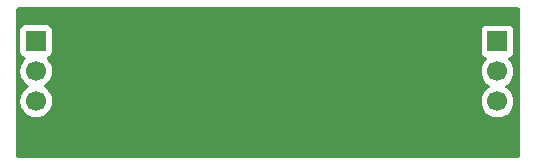
<source format=gbr>
%TF.GenerationSoftware,KiCad,Pcbnew,9.0.7*%
%TF.CreationDate,2026-02-08T14:26:31+09:00*%
%TF.ProjectId,level_shifter,6c657665-6c5f-4736-9869-667465722e6b,rev?*%
%TF.SameCoordinates,Original*%
%TF.FileFunction,Copper,L2,Bot*%
%TF.FilePolarity,Positive*%
%FSLAX46Y46*%
G04 Gerber Fmt 4.6, Leading zero omitted, Abs format (unit mm)*
G04 Created by KiCad (PCBNEW 9.0.7) date 2026-02-08 14:26:31*
%MOMM*%
%LPD*%
G01*
G04 APERTURE LIST*
%TA.AperFunction,ComponentPad*%
%ADD10R,1.700000X1.700000*%
%TD*%
%TA.AperFunction,ComponentPad*%
%ADD11C,1.700000*%
%TD*%
%TA.AperFunction,ViaPad*%
%ADD12C,0.600000*%
%TD*%
G04 APERTURE END LIST*
D10*
%TO.P,J2,1,Pin_1*%
%TO.N,+3.3V*%
X162360000Y-101830000D03*
D11*
%TO.P,J2,2,Pin_2*%
%TO.N,Net-(J2-Pin_2)*%
X162360000Y-104370000D03*
%TO.P,J2,3,Pin_3*%
%TO.N,Net-(J2-Pin_3)*%
X162360000Y-106910000D03*
%TO.P,J2,4,Pin_4*%
%TO.N,GND*%
X162360000Y-109450000D03*
%TD*%
D10*
%TO.P,J1,1,Pin_1*%
%TO.N,+5V*%
X201420000Y-101875000D03*
D11*
%TO.P,J1,2,Pin_2*%
%TO.N,Net-(J1-Pin_2)*%
X201420000Y-104415000D03*
%TO.P,J1,3,Pin_3*%
%TO.N,Net-(J1-Pin_3)*%
X201420000Y-106955000D03*
%TO.P,J1,4,Pin_4*%
%TO.N,GND*%
X201420000Y-109495000D03*
%TD*%
D12*
%TO.N,GND*%
X186460000Y-103860000D03*
X186490000Y-103170000D03*
X198300000Y-99690000D03*
X196120000Y-99650000D03*
X199770000Y-108880000D03*
X199840000Y-110790000D03*
X202840000Y-111020000D03*
X202760000Y-108800000D03*
X168080000Y-99830000D03*
X165930000Y-99840000D03*
X173720000Y-103650000D03*
X178380000Y-102580000D03*
X177430000Y-102600000D03*
X161000000Y-108790000D03*
X161010000Y-110880000D03*
X163790000Y-110910000D03*
X163780000Y-108860000D03*
%TD*%
%TA.AperFunction,Conductor*%
%TO.N,GND*%
G36*
X203242539Y-99010185D02*
G01*
X203288294Y-99062989D01*
X203299500Y-99114500D01*
X203299500Y-111575500D01*
X203279815Y-111642539D01*
X203227011Y-111688294D01*
X203175500Y-111699500D01*
X160804500Y-111699500D01*
X160737461Y-111679815D01*
X160691706Y-111627011D01*
X160680500Y-111575500D01*
X160680500Y-100932135D01*
X161009500Y-100932135D01*
X161009500Y-102727870D01*
X161009501Y-102727876D01*
X161015908Y-102787483D01*
X161066202Y-102922328D01*
X161066206Y-102922335D01*
X161152452Y-103037544D01*
X161152455Y-103037547D01*
X161267664Y-103123793D01*
X161267671Y-103123797D01*
X161399082Y-103172810D01*
X161455016Y-103214681D01*
X161479433Y-103280145D01*
X161464582Y-103348418D01*
X161443431Y-103376673D01*
X161329889Y-103490215D01*
X161204951Y-103662179D01*
X161108444Y-103851585D01*
X161042753Y-104053760D01*
X161035626Y-104098760D01*
X161009500Y-104263713D01*
X161009500Y-104476287D01*
X161042754Y-104686243D01*
X161057375Y-104731243D01*
X161108444Y-104888414D01*
X161204951Y-105077820D01*
X161329890Y-105249786D01*
X161480213Y-105400109D01*
X161652182Y-105525050D01*
X161660946Y-105529516D01*
X161711742Y-105577491D01*
X161728536Y-105645312D01*
X161705998Y-105711447D01*
X161660946Y-105750484D01*
X161652182Y-105754949D01*
X161480213Y-105879890D01*
X161329890Y-106030213D01*
X161204951Y-106202179D01*
X161108444Y-106391585D01*
X161042753Y-106593760D01*
X161035626Y-106638760D01*
X161009500Y-106803713D01*
X161009500Y-107016287D01*
X161042754Y-107226243D01*
X161057375Y-107271243D01*
X161108444Y-107428414D01*
X161204951Y-107617820D01*
X161329890Y-107789786D01*
X161480213Y-107940109D01*
X161652179Y-108065048D01*
X161652181Y-108065049D01*
X161652184Y-108065051D01*
X161841588Y-108161557D01*
X162043757Y-108227246D01*
X162253713Y-108260500D01*
X162253714Y-108260500D01*
X162466286Y-108260500D01*
X162466287Y-108260500D01*
X162676243Y-108227246D01*
X162878412Y-108161557D01*
X163067816Y-108065051D01*
X163089789Y-108049086D01*
X163239786Y-107940109D01*
X163239788Y-107940106D01*
X163239792Y-107940104D01*
X163390104Y-107789792D01*
X163390106Y-107789788D01*
X163390109Y-107789786D01*
X163515048Y-107617820D01*
X163515047Y-107617820D01*
X163515051Y-107617816D01*
X163611557Y-107428412D01*
X163677246Y-107226243D01*
X163710500Y-107016287D01*
X163710500Y-106803713D01*
X163677246Y-106593757D01*
X163611557Y-106391588D01*
X163515051Y-106202184D01*
X163515049Y-106202181D01*
X163515048Y-106202179D01*
X163390109Y-106030213D01*
X163239786Y-105879890D01*
X163067820Y-105754951D01*
X163067115Y-105754591D01*
X163059054Y-105750485D01*
X163008259Y-105702512D01*
X162991463Y-105634692D01*
X163013999Y-105568556D01*
X163059054Y-105529515D01*
X163067816Y-105525051D01*
X163089789Y-105509086D01*
X163239786Y-105400109D01*
X163239788Y-105400106D01*
X163239792Y-105400104D01*
X163390104Y-105249792D01*
X163390106Y-105249788D01*
X163390109Y-105249786D01*
X163515048Y-105077820D01*
X163515047Y-105077820D01*
X163515051Y-105077816D01*
X163611557Y-104888412D01*
X163677246Y-104686243D01*
X163710500Y-104476287D01*
X163710500Y-104263713D01*
X163677246Y-104053757D01*
X163611557Y-103851588D01*
X163515051Y-103662184D01*
X163515049Y-103662181D01*
X163515048Y-103662179D01*
X163390109Y-103490213D01*
X163276569Y-103376673D01*
X163243084Y-103315350D01*
X163248068Y-103245658D01*
X163289940Y-103189725D01*
X163320915Y-103172810D01*
X163452331Y-103123796D01*
X163567546Y-103037546D01*
X163653796Y-102922331D01*
X163704091Y-102787483D01*
X163710500Y-102727873D01*
X163710499Y-100977135D01*
X200069500Y-100977135D01*
X200069500Y-102772870D01*
X200069501Y-102772876D01*
X200075908Y-102832483D01*
X200126202Y-102967328D01*
X200126206Y-102967335D01*
X200212452Y-103082544D01*
X200212455Y-103082547D01*
X200327664Y-103168793D01*
X200327671Y-103168797D01*
X200459082Y-103217810D01*
X200515016Y-103259681D01*
X200539433Y-103325145D01*
X200524582Y-103393418D01*
X200503431Y-103421673D01*
X200389889Y-103535215D01*
X200264951Y-103707179D01*
X200168444Y-103896585D01*
X200102753Y-104098760D01*
X200069500Y-104308713D01*
X200069500Y-104521286D01*
X200095626Y-104686243D01*
X200102754Y-104731243D01*
X200153822Y-104888414D01*
X200168444Y-104933414D01*
X200264951Y-105122820D01*
X200389890Y-105294786D01*
X200540213Y-105445109D01*
X200712182Y-105570050D01*
X200720946Y-105574516D01*
X200771742Y-105622491D01*
X200788536Y-105690312D01*
X200765998Y-105756447D01*
X200720946Y-105795484D01*
X200712182Y-105799949D01*
X200540213Y-105924890D01*
X200389890Y-106075213D01*
X200264951Y-106247179D01*
X200168444Y-106436585D01*
X200102753Y-106638760D01*
X200069500Y-106848713D01*
X200069500Y-107061286D01*
X200095626Y-107226243D01*
X200102754Y-107271243D01*
X200153822Y-107428414D01*
X200168444Y-107473414D01*
X200264951Y-107662820D01*
X200389890Y-107834786D01*
X200540213Y-107985109D01*
X200712179Y-108110048D01*
X200712181Y-108110049D01*
X200712184Y-108110051D01*
X200901588Y-108206557D01*
X201103757Y-108272246D01*
X201313713Y-108305500D01*
X201313714Y-108305500D01*
X201526286Y-108305500D01*
X201526287Y-108305500D01*
X201736243Y-108272246D01*
X201938412Y-108206557D01*
X202127816Y-108110051D01*
X202189758Y-108065048D01*
X202299786Y-107985109D01*
X202299788Y-107985106D01*
X202299792Y-107985104D01*
X202450104Y-107834792D01*
X202450106Y-107834788D01*
X202450109Y-107834786D01*
X202575048Y-107662820D01*
X202575047Y-107662820D01*
X202575051Y-107662816D01*
X202671557Y-107473412D01*
X202737246Y-107271243D01*
X202770500Y-107061287D01*
X202770500Y-106848713D01*
X202737246Y-106638757D01*
X202671557Y-106436588D01*
X202575051Y-106247184D01*
X202575049Y-106247181D01*
X202575048Y-106247179D01*
X202450109Y-106075213D01*
X202299786Y-105924890D01*
X202127820Y-105799951D01*
X202127115Y-105799591D01*
X202119054Y-105795485D01*
X202068259Y-105747512D01*
X202051463Y-105679692D01*
X202073999Y-105613556D01*
X202119054Y-105574515D01*
X202127816Y-105570051D01*
X202189758Y-105525048D01*
X202299786Y-105445109D01*
X202299788Y-105445106D01*
X202299792Y-105445104D01*
X202450104Y-105294792D01*
X202450106Y-105294788D01*
X202450109Y-105294786D01*
X202575048Y-105122820D01*
X202575047Y-105122820D01*
X202575051Y-105122816D01*
X202671557Y-104933412D01*
X202737246Y-104731243D01*
X202770500Y-104521287D01*
X202770500Y-104308713D01*
X202737246Y-104098757D01*
X202671557Y-103896588D01*
X202575051Y-103707184D01*
X202575049Y-103707181D01*
X202575048Y-103707179D01*
X202450109Y-103535213D01*
X202336569Y-103421673D01*
X202303084Y-103360350D01*
X202308068Y-103290658D01*
X202349940Y-103234725D01*
X202380915Y-103217810D01*
X202512331Y-103168796D01*
X202627546Y-103082546D01*
X202713796Y-102967331D01*
X202764091Y-102832483D01*
X202770500Y-102772873D01*
X202770499Y-100977128D01*
X202764091Y-100917517D01*
X202713796Y-100782669D01*
X202713795Y-100782668D01*
X202713793Y-100782664D01*
X202627547Y-100667455D01*
X202627544Y-100667452D01*
X202512335Y-100581206D01*
X202512328Y-100581202D01*
X202377482Y-100530908D01*
X202377483Y-100530908D01*
X202317883Y-100524501D01*
X202317881Y-100524500D01*
X202317873Y-100524500D01*
X202317864Y-100524500D01*
X200522129Y-100524500D01*
X200522123Y-100524501D01*
X200462516Y-100530908D01*
X200327671Y-100581202D01*
X200327664Y-100581206D01*
X200212455Y-100667452D01*
X200212452Y-100667455D01*
X200126206Y-100782664D01*
X200126202Y-100782671D01*
X200075908Y-100917517D01*
X200074337Y-100932135D01*
X200069501Y-100977123D01*
X200069500Y-100977135D01*
X163710499Y-100977135D01*
X163710499Y-100932128D01*
X163704091Y-100872517D01*
X163653796Y-100737669D01*
X163653795Y-100737668D01*
X163653793Y-100737664D01*
X163567547Y-100622455D01*
X163567544Y-100622452D01*
X163452335Y-100536206D01*
X163452328Y-100536202D01*
X163317482Y-100485908D01*
X163317483Y-100485908D01*
X163257883Y-100479501D01*
X163257881Y-100479500D01*
X163257873Y-100479500D01*
X163257864Y-100479500D01*
X161462129Y-100479500D01*
X161462123Y-100479501D01*
X161402516Y-100485908D01*
X161267671Y-100536202D01*
X161267664Y-100536206D01*
X161152455Y-100622452D01*
X161152452Y-100622455D01*
X161066206Y-100737664D01*
X161066202Y-100737671D01*
X161015908Y-100872517D01*
X161009501Y-100932116D01*
X161009501Y-100932123D01*
X161009500Y-100932135D01*
X160680500Y-100932135D01*
X160680500Y-99114500D01*
X160700185Y-99047461D01*
X160752989Y-99001706D01*
X160804500Y-98990500D01*
X203175500Y-98990500D01*
X203242539Y-99010185D01*
G37*
%TD.AperFunction*%
%TD*%
M02*

</source>
